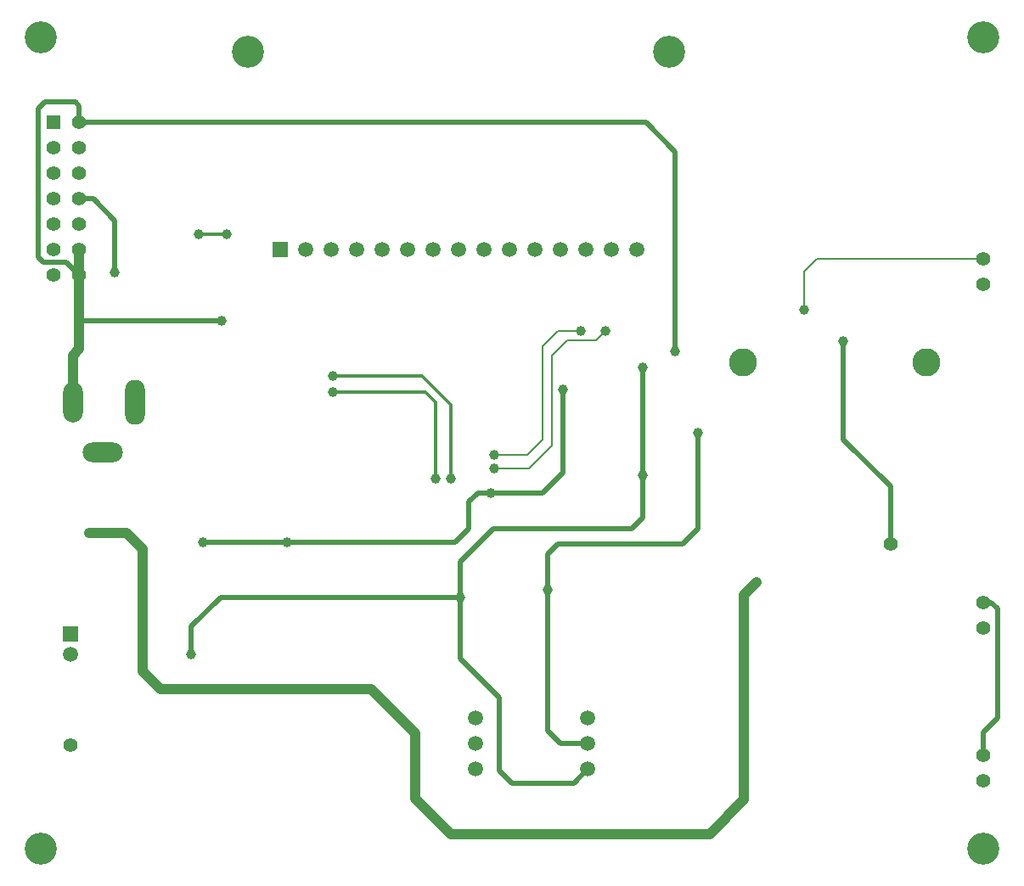
<source format=gbl>
%FSLAX25Y25*%
%MOIN*%
G70*
G01*
G75*
G04 Layer_Physical_Order=2*
G04 Layer_Color=16711680*
%ADD10R,0.05906X0.00984*%
%ADD11R,0.03500X0.03500*%
%ADD12R,0.03937X0.03150*%
%ADD13R,0.05118X0.03937*%
%ADD14R,0.05906X0.03937*%
%ADD15R,0.03937X0.07087*%
%ADD16R,0.03500X0.03500*%
%ADD17R,0.03937X0.05118*%
%ADD18R,0.05906X0.07087*%
%ADD19R,0.03543X0.03740*%
%ADD20R,0.03543X0.03740*%
%ADD21R,0.00984X0.05906*%
%ADD22R,0.00787X0.04724*%
%ADD23R,0.03150X0.02362*%
%ADD24R,0.05512X0.01969*%
%ADD25R,0.05512X0.05512*%
%ADD26C,0.01969*%
%ADD27C,0.01181*%
%ADD28C,0.03937*%
%ADD29C,0.00787*%
%ADD30C,0.01000*%
%ADD31C,0.05512*%
%ADD32R,0.05512X0.05512*%
%ADD33R,0.05906X0.05906*%
%ADD34C,0.05906*%
%ADD35C,0.05512*%
%ADD36C,0.11024*%
%ADD37C,0.12598*%
%ADD38R,0.05906X0.05906*%
%ADD39O,0.07874X0.15748*%
%ADD40C,0.05906*%
%ADD41O,0.15748X0.07874*%
%ADD42O,0.07874X0.17716*%
%ADD43C,0.03937*%
D26*
X207000Y-280500D02*
Y-211000D01*
X260000Y-207000D02*
X266000Y-201000D01*
X211894Y-285394D02*
X222807D01*
X207000Y-280500D02*
X211894Y-285394D01*
X207000Y-211000D02*
X211000Y-207000D01*
X260000D01*
X266000Y-201000D02*
Y-163500D01*
X377953Y-290000D02*
Y-281047D01*
X383500Y-275500D01*
Y-232500D01*
X381000Y-230000D02*
X383500Y-232500D01*
X377953Y-230000D02*
X381000D01*
X217201Y-301000D02*
X222807Y-295394D01*
X193000Y-301000D02*
X217201D01*
X188000Y-296000D02*
X193000Y-301000D01*
X188000Y-296000D02*
Y-267500D01*
X172500Y-252000D02*
X188000Y-267500D01*
X23000Y-71436D02*
X28550D01*
X37000Y-79886D01*
Y-100386D02*
Y-79886D01*
X9000Y-96386D02*
X18000D01*
X7000Y-94386D02*
X9000Y-96386D01*
X7000Y-94386D02*
Y-35886D01*
X9500Y-33386D01*
X21500D01*
X23000Y-34886D01*
Y-41436D02*
Y-34886D01*
X18000Y-96386D02*
X23000Y-101386D01*
Y-119386D02*
X79000D01*
X176000Y-200886D02*
Y-190386D01*
X179516Y-186870D01*
X170524Y-206362D02*
X176000Y-200886D01*
X205016Y-186870D02*
X213000Y-178886D01*
Y-146386D01*
X179516Y-186870D02*
X205016D01*
X172500Y-213886D02*
X185500Y-200886D01*
X240000D01*
X244264Y-196622D01*
X323000Y-165886D02*
Y-127386D01*
Y-165886D02*
X341500Y-184386D01*
Y-206886D02*
Y-184386D01*
X245550Y-41436D02*
X257000Y-52886D01*
Y-131386D02*
Y-52886D01*
X23000Y-41436D02*
X245550D01*
X67000Y-250386D02*
Y-239500D01*
X78614Y-227886D01*
X71500Y-206500D02*
X170386D01*
X78614Y-227886D02*
X172500D01*
Y-252000D02*
Y-213886D01*
X244264Y-196622D02*
Y-137650D01*
D27*
X70000Y-85386D02*
X81000D01*
X122500Y-140886D02*
X157500D01*
X169000Y-152386D01*
Y-181386D02*
Y-152386D01*
X122500Y-147386D02*
X159000D01*
X163000Y-151386D01*
Y-181386D02*
Y-151386D01*
D28*
X284000Y-227000D02*
X289000Y-222000D01*
X270500Y-321000D02*
X284000Y-307500D01*
X169000Y-321000D02*
X270500D01*
X155000Y-307000D02*
X169000Y-321000D01*
X155000Y-307000D02*
Y-281500D01*
X137500Y-264000D02*
X155000Y-281500D01*
X20500Y-132886D02*
X23000Y-130386D01*
X20500Y-157480D02*
Y-132886D01*
X23000Y-130386D02*
Y-91436D01*
X41756Y-202756D02*
X48000Y-209000D01*
Y-257000D02*
X55000Y-264000D01*
X137500D01*
X27000Y-202756D02*
X41756D01*
X41756Y-202756D01*
X48000Y-257000D02*
Y-209000D01*
X284000Y-307500D02*
Y-227000D01*
D29*
X307500Y-100000D02*
X312500Y-95000D01*
X307500Y-114886D02*
Y-100000D01*
X312500Y-95000D02*
X378000D01*
X186000Y-171886D02*
X199000D01*
X205000Y-165886D01*
Y-129386D01*
X211000Y-123386D01*
X186000Y-177386D02*
X199500D01*
X208500Y-168386D01*
Y-132886D01*
X214500Y-126886D01*
X211000Y-123386D02*
X220000D01*
X226000Y-126886D02*
X229500Y-123386D01*
X214500Y-126886D02*
X226000D01*
D31*
X13000Y-101436D02*
D03*
Y-91436D02*
D03*
X23000Y-51436D02*
D03*
X13000D02*
D03*
X23000Y-71436D02*
D03*
Y-41436D02*
D03*
X13000Y-71436D02*
D03*
Y-81436D02*
D03*
X23000D02*
D03*
Y-61436D02*
D03*
X13000D02*
D03*
X23000Y-91436D02*
D03*
Y-101436D02*
D03*
D32*
X13000Y-41336D02*
D03*
D33*
X19500Y-242386D02*
D03*
D34*
Y-250260D02*
D03*
X202000Y-91386D02*
D03*
X152000D02*
D03*
X112000D02*
D03*
X122000D02*
D03*
X132000D02*
D03*
X142000D02*
D03*
X162000D02*
D03*
X172000D02*
D03*
X182000D02*
D03*
X192000D02*
D03*
X212000D02*
D03*
X222000D02*
D03*
X232000D02*
D03*
X242000D02*
D03*
X222807Y-295394D02*
D03*
X178516Y-275394D02*
D03*
X222807Y-285394D02*
D03*
Y-275394D02*
D03*
X178516Y-285394D02*
D03*
Y-295394D02*
D03*
D35*
X377953Y-240000D02*
D03*
Y-230000D02*
D03*
Y-300000D02*
D03*
Y-290000D02*
D03*
Y-105000D02*
D03*
Y-95000D02*
D03*
X19500Y-286000D02*
D03*
X341500Y-206886D02*
D03*
D36*
X283824Y-135782D02*
D03*
X355576D02*
D03*
D37*
X254689Y-13697D02*
D03*
X89311D02*
D03*
X7874Y-326772D02*
D03*
X377953D02*
D03*
Y-7874D02*
D03*
X7874D02*
D03*
D38*
X102000Y-91386D02*
D03*
D39*
X20591Y-151386D02*
D03*
D40*
Y-147449D02*
D03*
Y-155323D02*
D03*
X28465Y-171071D02*
D03*
X36339D02*
D03*
X45000Y-146465D02*
D03*
Y-156307D02*
D03*
D41*
X32402Y-171071D02*
D03*
D42*
X45000Y-151386D02*
D03*
D43*
X266000Y-163500D02*
D03*
X289000Y-222000D02*
D03*
X104500Y-206500D02*
D03*
X284000Y-288500D02*
D03*
X207000Y-224886D02*
D03*
X307500Y-114886D02*
D03*
X70000Y-85386D02*
D03*
X81000D02*
D03*
X122500Y-140886D02*
D03*
Y-147386D02*
D03*
X169000Y-181386D02*
D03*
X163000D02*
D03*
X37000Y-100386D02*
D03*
X79000Y-119386D02*
D03*
X71500Y-206500D02*
D03*
X186000Y-171886D02*
D03*
Y-177386D02*
D03*
X220000Y-123386D02*
D03*
X229500D02*
D03*
X257000Y-131386D02*
D03*
X184764Y-186870D02*
D03*
X213000Y-146386D02*
D03*
X244264Y-180150D02*
D03*
X172500Y-227886D02*
D03*
X244264Y-137650D02*
D03*
X323000Y-127386D02*
D03*
X27000Y-202756D02*
D03*
X48000Y-217760D02*
D03*
X67000Y-250386D02*
D03*
M02*

</source>
